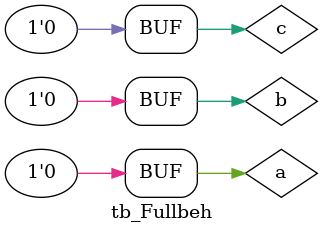
<source format=v>

module tb_Fullbeh();
  
    reg a;
    reg b;
    reg c;
    reg sum;
    reg carry;


Full_beha FA1(
  .a(a),
  .b(b),
  .cin(c),
  .sum(sum),
  .carry(carry)
);


  initial begin
  $monitor("a=%0d  b=%0d  c=%0d   s2=%0d  c2=%0d",a,b,c,sum,carry);
  end


  initial begin
  #1;a=0;b=0;c=0;
  #1;a=0;b=0;c=1;
  #1;a=0;b=1;c=0;
  #1;a=0;b=1;c=1;
  #1;a=1;b=0;c=0;
  #1;a=1;b=0;c=1;
  #1;a=1;b=1;c=0;
  #1;a=1;b=1;c=1;
  #1;a=0;b=0;c=0;
  end

endmodule
</source>
